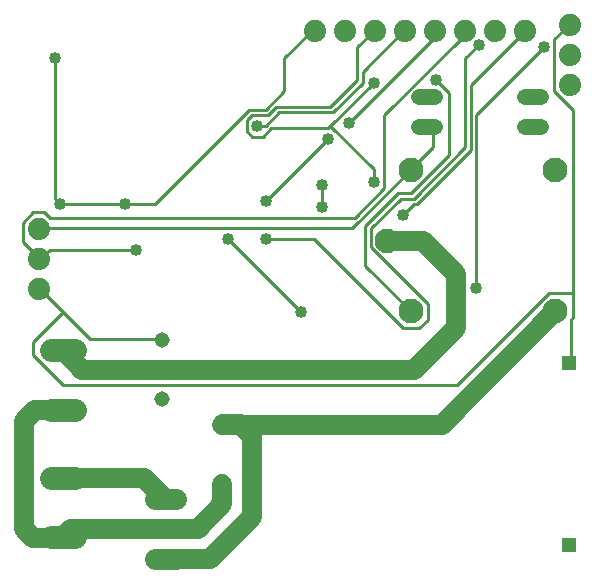
<source format=gbl>
G75*
%MOIN*%
%OFA0B0*%
%FSLAX25Y25*%
%IPPOS*%
%LPD*%
%AMOC8*
5,1,8,0,0,1.08239X$1,22.5*
%
%ADD10C,0.05200*%
%ADD11C,0.05150*%
%ADD12R,0.05150X0.05150*%
%ADD13C,0.08268*%
%ADD14C,0.07800*%
%ADD15C,0.07000*%
%ADD16C,0.07400*%
%ADD17C,0.06600*%
%ADD18C,0.01000*%
%ADD19C,0.04000*%
D10*
X0156133Y0162000D02*
X0161333Y0162000D01*
X0161333Y0172000D02*
X0156133Y0172000D01*
X0191333Y0172000D02*
X0196533Y0172000D01*
X0196533Y0162000D02*
X0191333Y0162000D01*
D11*
X0070333Y0090843D03*
X0070333Y0071157D03*
D12*
X0090388Y0062606D03*
X0090388Y0042921D03*
X0206136Y0022449D03*
X0206136Y0083079D03*
D13*
X0201349Y0100378D03*
X0201349Y0147622D03*
X0153318Y0147622D03*
X0145444Y0124000D03*
X0153318Y0100378D03*
D14*
X0041233Y0087400D02*
X0033433Y0087400D01*
X0033433Y0067700D02*
X0041233Y0067700D01*
X0041233Y0044900D02*
X0033433Y0044900D01*
X0033433Y0025200D02*
X0041233Y0025200D01*
D15*
X0067833Y0018000D02*
X0074833Y0018000D01*
X0074833Y0038000D02*
X0067833Y0038000D01*
D16*
X0029333Y0108000D03*
X0029333Y0118000D03*
X0029333Y0128000D03*
X0121333Y0194000D03*
X0131333Y0194000D03*
X0141333Y0194000D03*
X0151333Y0194000D03*
X0161333Y0194000D03*
X0171333Y0194000D03*
X0181333Y0194000D03*
X0191333Y0194000D03*
X0206333Y0196000D03*
X0206333Y0186000D03*
X0206333Y0176000D03*
D17*
X0037133Y0025000D02*
X0027333Y0025000D01*
X0024333Y0028000D01*
X0024333Y0064000D01*
X0028033Y0067700D01*
X0037333Y0067700D01*
X0043733Y0081000D02*
X0154333Y0081000D01*
X0168333Y0095000D01*
X0168333Y0113000D01*
X0157333Y0124000D01*
X0145444Y0124000D01*
X0201349Y0100378D02*
X0163577Y0062606D01*
X0090388Y0062606D01*
X0090782Y0063000D01*
X0096333Y0063000D01*
X0100333Y0059000D01*
X0100333Y0032000D01*
X0086333Y0018000D01*
X0071333Y0018000D01*
X0082333Y0028000D02*
X0090388Y0036055D01*
X0090388Y0042921D01*
X0082333Y0028000D02*
X0040133Y0028000D01*
X0037333Y0025200D01*
X0037133Y0025000D01*
X0037333Y0044900D02*
X0064433Y0044900D01*
X0071333Y0038000D01*
X0043733Y0081000D02*
X0037333Y0087400D01*
D18*
X0046333Y0091200D02*
X0037333Y0100200D01*
X0027433Y0090300D01*
X0027433Y0085800D01*
X0037333Y0075900D01*
X0168733Y0075900D01*
X0199333Y0106500D01*
X0207433Y0106500D01*
X0207433Y0098400D01*
X0206533Y0097500D01*
X0206533Y0083100D01*
X0206136Y0083079D01*
X0207433Y0106500D02*
X0207433Y0167700D01*
X0201133Y0174000D01*
X0201133Y0191100D01*
X0205633Y0195600D01*
X0206333Y0196000D01*
X0197533Y0188400D02*
X0175033Y0165900D01*
X0175033Y0108300D01*
X0158833Y0102900D02*
X0158833Y0097500D01*
X0156133Y0094800D01*
X0150733Y0094800D01*
X0121033Y0124500D01*
X0104833Y0124500D01*
X0092233Y0124500D02*
X0116533Y0100200D01*
X0138133Y0115500D02*
X0152533Y0101100D01*
X0153318Y0100378D01*
X0158833Y0102900D02*
X0139933Y0121800D01*
X0139933Y0128100D01*
X0149833Y0138000D01*
X0154333Y0138000D01*
X0171433Y0155100D01*
X0171433Y0184800D01*
X0175933Y0189300D01*
X0171333Y0194000D02*
X0170533Y0193800D01*
X0170533Y0192000D01*
X0144433Y0165900D01*
X0144433Y0141600D01*
X0134533Y0131700D01*
X0032833Y0131700D01*
X0031033Y0133500D01*
X0027433Y0133500D01*
X0023833Y0129900D01*
X0023833Y0123600D01*
X0029233Y0118200D01*
X0029333Y0118000D01*
X0030133Y0118200D01*
X0032833Y0120900D01*
X0061633Y0120900D01*
X0058033Y0136200D02*
X0036433Y0136200D01*
X0034633Y0138000D01*
X0034633Y0184800D01*
X0058033Y0136200D02*
X0067933Y0136200D01*
X0099433Y0167700D01*
X0104833Y0167700D01*
X0111133Y0174000D01*
X0111133Y0184800D01*
X0121033Y0194700D01*
X0121333Y0194000D01*
X0135433Y0188400D02*
X0140833Y0193800D01*
X0141333Y0194000D01*
X0135433Y0188400D02*
X0135433Y0177600D01*
X0126433Y0168600D01*
X0108433Y0168600D01*
X0105733Y0165900D01*
X0100333Y0165900D01*
X0098533Y0164100D01*
X0098533Y0160500D01*
X0100333Y0158700D01*
X0103933Y0158700D01*
X0106633Y0161400D01*
X0125533Y0161400D01*
X0126433Y0162300D01*
X0140833Y0147900D01*
X0140833Y0143400D01*
X0148933Y0139800D02*
X0138133Y0129000D01*
X0138133Y0115500D01*
X0133633Y0128100D02*
X0152533Y0147000D01*
X0153318Y0147622D01*
X0153433Y0147900D01*
X0160633Y0155100D01*
X0160633Y0161400D01*
X0161333Y0162000D01*
X0166033Y0152400D02*
X0153433Y0139800D01*
X0148933Y0139800D01*
X0154333Y0136200D02*
X0150733Y0132600D01*
X0154333Y0136200D02*
X0155233Y0136200D01*
X0173233Y0154200D01*
X0173233Y0175800D01*
X0191233Y0193800D01*
X0191333Y0194000D01*
X0166033Y0173100D02*
X0166033Y0152400D01*
X0166033Y0173100D02*
X0161533Y0177600D01*
X0160633Y0191100D02*
X0160633Y0193800D01*
X0161333Y0194000D01*
X0160633Y0191100D02*
X0132733Y0163200D01*
X0126433Y0162300D02*
X0140833Y0176700D01*
X0137233Y0176700D02*
X0137233Y0180300D01*
X0150733Y0193800D01*
X0151333Y0194000D01*
X0137233Y0176700D02*
X0127333Y0166800D01*
X0109333Y0166800D01*
X0104833Y0162300D01*
X0102133Y0162300D01*
X0125533Y0157800D02*
X0104833Y0137100D01*
X0123733Y0135300D02*
X0123733Y0142500D01*
X0133633Y0128100D02*
X0030133Y0128100D01*
X0029333Y0128000D01*
X0029333Y0108000D02*
X0030133Y0107400D01*
X0037333Y0100200D01*
X0046333Y0091200D02*
X0069733Y0091200D01*
X0070333Y0090843D01*
D19*
X0061633Y0120900D03*
X0058033Y0136200D03*
X0036433Y0136200D03*
X0034633Y0184800D03*
X0092233Y0124500D03*
X0104833Y0124500D03*
X0104833Y0137100D03*
X0123733Y0135300D03*
X0123733Y0142500D03*
X0125533Y0157800D03*
X0132733Y0163200D03*
X0140833Y0176700D03*
X0161533Y0177600D03*
X0175933Y0189300D03*
X0197533Y0188400D03*
X0140833Y0143400D03*
X0150733Y0132600D03*
X0175033Y0108300D03*
X0116533Y0100200D03*
X0102133Y0162300D03*
M02*

</source>
